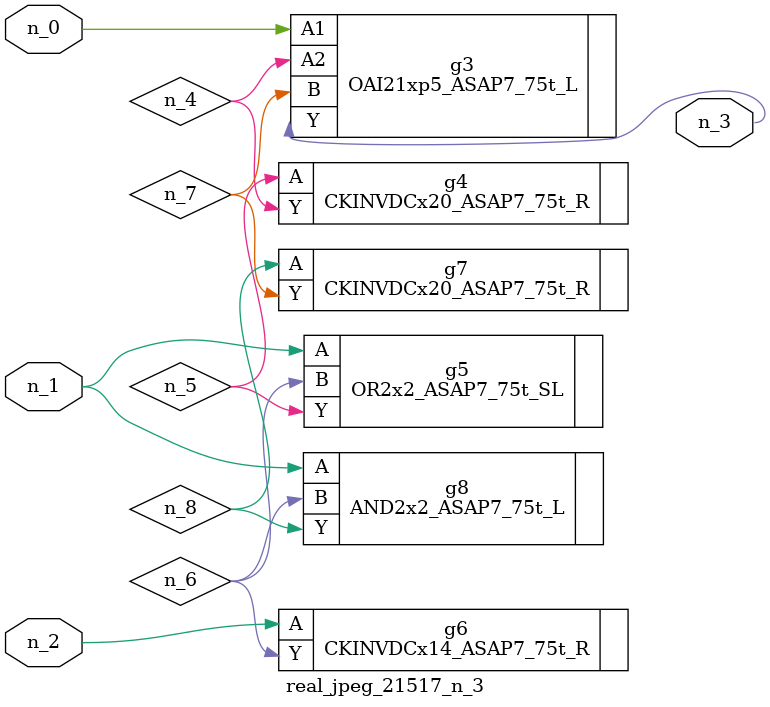
<source format=v>
module real_jpeg_21517_n_3 (n_1, n_0, n_2, n_3);

input n_1;
input n_0;
input n_2;

output n_3;

wire n_5;
wire n_4;
wire n_8;
wire n_6;
wire n_7;

OAI21xp5_ASAP7_75t_L g3 ( 
.A1(n_0),
.A2(n_4),
.B(n_7),
.Y(n_3)
);

OR2x2_ASAP7_75t_SL g5 ( 
.A(n_1),
.B(n_6),
.Y(n_5)
);

AND2x2_ASAP7_75t_L g8 ( 
.A(n_1),
.B(n_6),
.Y(n_8)
);

CKINVDCx14_ASAP7_75t_R g6 ( 
.A(n_2),
.Y(n_6)
);

CKINVDCx20_ASAP7_75t_R g4 ( 
.A(n_5),
.Y(n_4)
);

CKINVDCx20_ASAP7_75t_R g7 ( 
.A(n_8),
.Y(n_7)
);


endmodule
</source>
